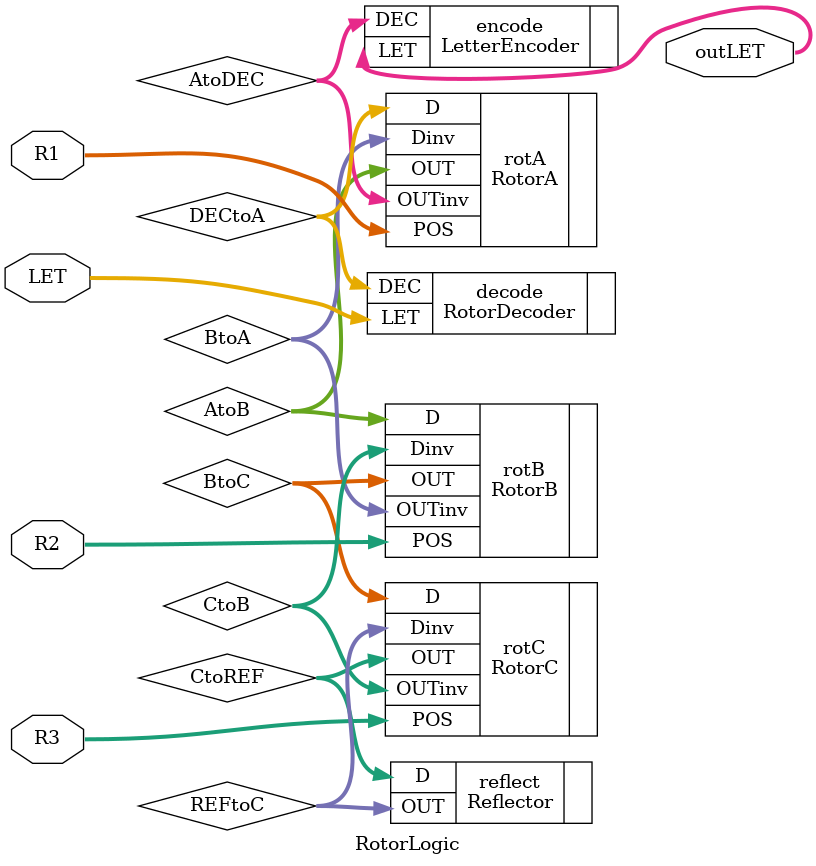
<source format=sv>
`timescale 1ns / 1ps


module RotorLogic(
    input [4:0] LET,
    input [4:0] R1, R2, R3,
    output logic [4:0] outLET
    );
    
    logic [25:0]DECtoA, AtoB, BtoC, CtoREF, REFtoC, CtoB, BtoA, AtoDEC;
    
    //turns the letter into a 26 bit decoded input to make rotor encryption possible
    RotorDecoder decode (.LET(LET), .DEC(DECtoA));
    
    //Based on the position of the rotor, each will change the value of the input signal
    //Since the input is reflected back through the rotors in reverse, its path creates a loop
    //This feature allows for decoding
    RotorA rotA (.POS(R1), .D(DECtoA), .OUT(AtoB), .Dinv(BtoA), .OUTinv(AtoDEC));
    RotorB rotB (.POS(R2), .D(AtoB), .OUT(BtoC), .Dinv(CtoB), .OUTinv(BtoA));
    RotorC rotC (.POS(R3), .D(BtoC), .OUT(CtoREF), .Dinv(REFtoC), .OUTinv(CtoB));
    
    Reflector reflect (.D(CtoREF), .OUT(REFtoC));
    
    //returns the letter to a 5 bit input so that it can pass through the plugboard again
    LetterEncoder encode (.DEC(AtoDEC), .LET(outLET));
    
endmodule

</source>
